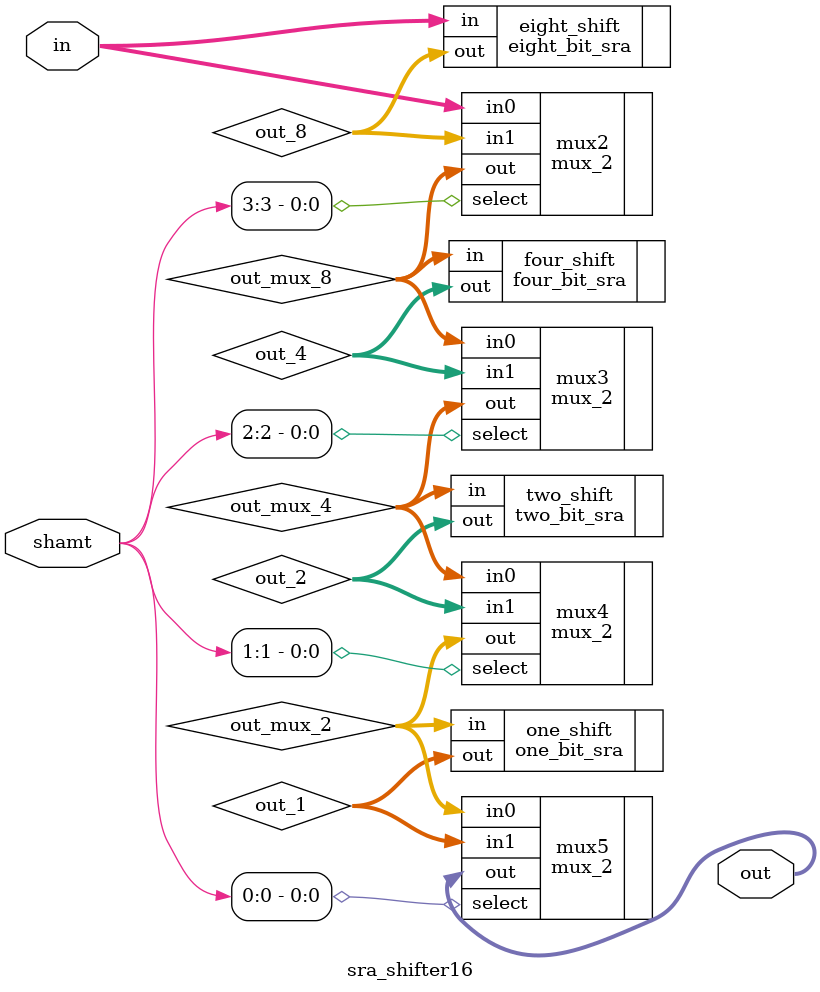
<source format=v>
module sra_shifter16(in, out, shamt);
	input [ 31 : 0 ] in; 
	output [ 31 : 0 ] out;
	input [3:0] shamt; 
	
	wire [31:0] out_8, out_4, out_2, out_1, out_mux_8, out_mux_4, out_mux_2; 
	
	
	
	eight_bit_sra eight_shift(.out(out_8), .in(in)); 
	
	mux_2 mux2(.out(out_mux_8), .select(shamt[3]), .in0(in), .in1(out_8)); 
	
	four_bit_sra four_shift(.out(out_4), .in(out_mux_8)); 
	
	mux_2 mux3(.out(out_mux_4), .select(shamt[2]), .in0(out_mux_8), .in1(out_4)); 

	two_bit_sra two_shift(.out(out_2), .in(out_mux_4)); 
	
	mux_2 mux4(.out(out_mux_2), .select(shamt[1]), .in0(out_mux_4), .in1(out_2)); 

	one_bit_sra one_shift(.out(out_1), .in(out_mux_2)); 
	
	mux_2 mux5(.out(out), .select(shamt[0]), .in0(out_mux_2), .in1(out_1)); 

endmodule
</source>
